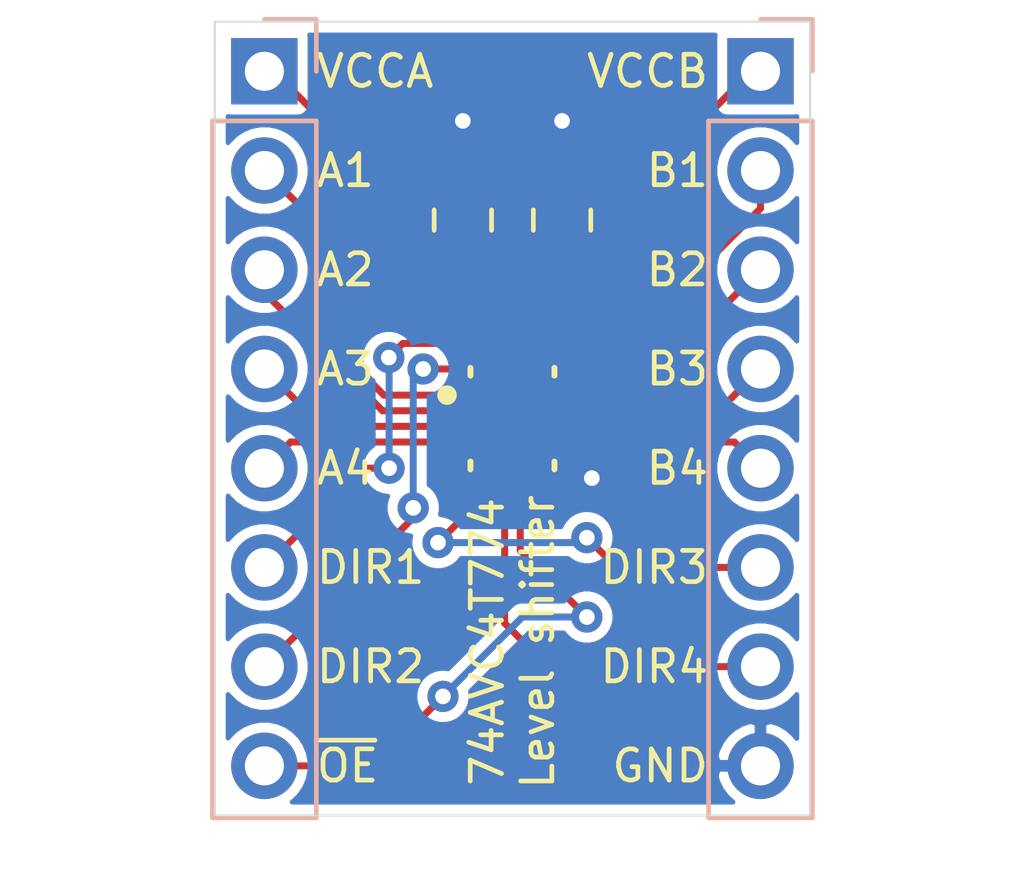
<source format=kicad_pcb>
(kicad_pcb (version 20171130) (host pcbnew 5.1.10-88a1d61d58~90~ubuntu20.04.1)

  (general
    (thickness 1.6)
    (drawings 21)
    (tracks 74)
    (zones 0)
    (modules 5)
    (nets 17)
  )

  (page A4)
  (layers
    (0 F.Cu signal)
    (31 B.Cu signal)
    (32 B.Adhes user)
    (33 F.Adhes user)
    (34 B.Paste user)
    (35 F.Paste user)
    (36 B.SilkS user)
    (37 F.SilkS user)
    (38 B.Mask user)
    (39 F.Mask user)
    (40 Dwgs.User user)
    (41 Cmts.User user)
    (42 Eco1.User user)
    (43 Eco2.User user)
    (44 Edge.Cuts user)
    (45 Margin user)
    (46 B.CrtYd user)
    (47 F.CrtYd user)
    (48 B.Fab user)
    (49 F.Fab user)
  )

  (setup
    (last_trace_width 0.18)
    (trace_clearance 0.127)
    (zone_clearance 0.254)
    (zone_45_only no)
    (trace_min 0.127)
    (via_size 0.8)
    (via_drill 0.4)
    (via_min_size 0.4)
    (via_min_drill 0.3)
    (uvia_size 0.3)
    (uvia_drill 0.1)
    (uvias_allowed no)
    (uvia_min_size 0.2)
    (uvia_min_drill 0.1)
    (edge_width 0.05)
    (segment_width 0.2)
    (pcb_text_width 0.3)
    (pcb_text_size 1.5 1.5)
    (mod_edge_width 0.12)
    (mod_text_size 1 1)
    (mod_text_width 0.15)
    (pad_size 1.524 1.524)
    (pad_drill 0.762)
    (pad_to_mask_clearance 0)
    (aux_axis_origin 0 0)
    (visible_elements FFFFFF7F)
    (pcbplotparams
      (layerselection 0x010fc_ffffffff)
      (usegerberextensions false)
      (usegerberattributes true)
      (usegerberadvancedattributes true)
      (creategerberjobfile true)
      (excludeedgelayer true)
      (linewidth 0.100000)
      (plotframeref false)
      (viasonmask false)
      (mode 1)
      (useauxorigin false)
      (hpglpennumber 1)
      (hpglpenspeed 20)
      (hpglpendiameter 15.000000)
      (psnegative false)
      (psa4output false)
      (plotreference true)
      (plotvalue true)
      (plotinvisibletext false)
      (padsonsilk false)
      (subtractmaskfromsilk false)
      (outputformat 1)
      (mirror false)
      (drillshape 1)
      (scaleselection 1)
      (outputdirectory ""))
  )

  (net 0 "")
  (net 1 /nOE)
  (net 2 /DIR2)
  (net 3 /DIR1)
  (net 4 /A4)
  (net 5 /A3)
  (net 6 /A2)
  (net 7 /A1)
  (net 8 /VCCA)
  (net 9 /DIR4)
  (net 10 /DIR3)
  (net 11 /B4)
  (net 12 /B3)
  (net 13 /B2)
  (net 14 /B1)
  (net 15 /VCCB)
  (net 16 GND)

  (net_class Default "This is the default net class."
    (clearance 0.127)
    (trace_width 0.18)
    (via_dia 0.8)
    (via_drill 0.4)
    (uvia_dia 0.3)
    (uvia_drill 0.1)
    (add_net /A1)
    (add_net /A2)
    (add_net /A3)
    (add_net /A4)
    (add_net /B1)
    (add_net /B2)
    (add_net /B3)
    (add_net /B4)
    (add_net /DIR1)
    (add_net /DIR2)
    (add_net /DIR3)
    (add_net /DIR4)
    (add_net /VCCA)
    (add_net /VCCB)
    (add_net /nOE)
    (add_net GND)
  )

  (module SN74AVC4T774:Texas_Instruments-RSV_R-PUQFN-N16-0-0-0 (layer F.Cu) (tedit 618090B4) (tstamp 6181635B)
    (at 82.55 72.39 270)
    (path /61B8BFB7)
    (fp_text reference U1 (at -1.75 -2.05 90) (layer F.SilkS) hide
      (effects (font (size 1 1) (thickness 0.15)) (justify right))
    )
    (fp_text value SN74AVC4T774RSVR (at 0 0 90) (layer F.SilkS) hide
      (effects (font (size 1.27 1.27) (thickness 0.15)))
    )
    (fp_circle (center -0.6 1.675) (end -0.475 1.675) (layer F.SilkS) (width 0.25))
    (fp_line (start 1.3 1.075) (end 1.1 1.075) (layer F.SilkS) (width 0.15))
    (fp_line (start -1.3 1.075) (end -1.1 1.075) (layer F.SilkS) (width 0.15))
    (fp_line (start 1.3 -1.075) (end 1.1 -1.075) (layer F.SilkS) (width 0.15))
    (fp_line (start -1.3 -1.075) (end -1.1 -1.075) (layer F.SilkS) (width 0.15))
    (fp_line (start 1.525 1.125) (end 1.525 -1.125) (layer F.CrtYd) (width 0.15))
    (fp_line (start -1.525 1.125) (end 1.525 1.125) (layer F.CrtYd) (width 0.15))
    (fp_line (start -1.525 -1.125) (end -1.525 1.125) (layer F.CrtYd) (width 0.15))
    (fp_line (start 1.525 -1.125) (end -1.525 -1.125) (layer F.CrtYd) (width 0.15))
    (fp_line (start 1.525 -1.125) (end 1.525 -1.125) (layer F.CrtYd) (width 0.15))
    (fp_line (start 1.3 0.9) (end -1.3 0.9) (layer F.Fab) (width 0.15))
    (fp_line (start 1.3 -0.9) (end 1.3 0.9) (layer F.Fab) (width 0.15))
    (fp_line (start -1.3 -0.9) (end 1.3 -0.9) (layer F.Fab) (width 0.15))
    (fp_line (start -1.3 0.9) (end -1.3 -0.9) (layer F.Fab) (width 0.15))
    (pad 16 smd rect (at -1.175 0.6 270) (size 0.65 0.2) (layers F.Cu F.Paste F.Mask)
      (net 2 /DIR2))
    (pad 15 smd rect (at -1.175 0.2 270) (size 0.65 0.2) (layers F.Cu F.Paste F.Mask)
      (net 3 /DIR1))
    (pad 14 smd rect (at -1.175 -0.2 270) (size 0.65 0.2) (layers F.Cu F.Paste F.Mask)
      (net 8 /VCCA))
    (pad 13 smd rect (at -1.175 -0.6 270) (size 0.65 0.2) (layers F.Cu F.Paste F.Mask)
      (net 15 /VCCB))
    (pad 12 smd rect (at -0.6 -0.775 270) (size 0.2 0.65) (layers F.Cu F.Paste F.Mask)
      (net 14 /B1))
    (pad 11 smd rect (at -0.2 -0.775 270) (size 0.2 0.65) (layers F.Cu F.Paste F.Mask)
      (net 13 /B2))
    (pad 10 smd rect (at 0.2 -0.775 270) (size 0.2 0.65) (layers F.Cu F.Paste F.Mask)
      (net 12 /B3))
    (pad 9 smd rect (at 0.6 -0.775 270) (size 0.2 0.65) (layers F.Cu F.Paste F.Mask)
      (net 11 /B4))
    (pad 8 smd rect (at 1.175 -0.6 270) (size 0.65 0.2) (layers F.Cu F.Paste F.Mask)
      (net 16 GND))
    (pad 7 smd rect (at 1.175 -0.2 270) (size 0.65 0.2) (layers F.Cu F.Paste F.Mask)
      (net 1 /nOE))
    (pad 6 smd rect (at 1.175 0.2 270) (size 0.65 0.2) (layers F.Cu F.Paste F.Mask)
      (net 9 /DIR4))
    (pad 5 smd rect (at 1.175 0.6 270) (size 0.65 0.2) (layers F.Cu F.Paste F.Mask)
      (net 10 /DIR3))
    (pad 4 smd rect (at 0.6 0.775 270) (size 0.2 0.65) (layers F.Cu F.Paste F.Mask)
      (net 4 /A4))
    (pad 3 smd rect (at 0.2 0.775 270) (size 0.2 0.65) (layers F.Cu F.Paste F.Mask)
      (net 5 /A3))
    (pad 2 smd rect (at -0.2 0.775 270) (size 0.2 0.65) (layers F.Cu F.Paste F.Mask)
      (net 6 /A2))
    (pad 1 smd rect (at -0.6 0.725 270) (size 0.2 0.75) (layers F.Cu F.Paste F.Mask)
      (net 7 /A1))
    (model SN74AVC4T774.models/Texas_Instruments_-_SN74AVC4T774RSVR.step
      (at (xyz 0 0 0))
      (scale (xyz 1 1 1))
      (rotate (xyz 0 0 0))
    )
  )

  (module Capacitor_SMD:C_0805_2012Metric_Pad1.18x1.45mm_HandSolder (layer F.Cu) (tedit 5F68FEEF) (tstamp 6181686B)
    (at 83.82 67.31 90)
    (descr "Capacitor SMD 0805 (2012 Metric), square (rectangular) end terminal, IPC_7351 nominal with elongated pad for handsoldering. (Body size source: IPC-SM-782 page 76, https://www.pcb-3d.com/wordpress/wp-content/uploads/ipc-sm-782a_amendment_1_and_2.pdf, https://docs.google.com/spreadsheets/d/1BsfQQcO9C6DZCsRaXUlFlo91Tg2WpOkGARC1WS5S8t0/edit?usp=sharing), generated with kicad-footprint-generator")
    (tags "capacitor handsolder")
    (path /61B9E689)
    (attr smd)
    (fp_text reference C2 (at 0 -1.68 90) (layer F.SilkS) hide
      (effects (font (size 1 1) (thickness 0.15)))
    )
    (fp_text value 0.1uF (at 0 1.68 90) (layer F.Fab)
      (effects (font (size 1 1) (thickness 0.15)))
    )
    (fp_text user %R (at 0 0 90) (layer F.Fab)
      (effects (font (size 0.5 0.5) (thickness 0.08)))
    )
    (fp_line (start -1 0.625) (end -1 -0.625) (layer F.Fab) (width 0.1))
    (fp_line (start -1 -0.625) (end 1 -0.625) (layer F.Fab) (width 0.1))
    (fp_line (start 1 -0.625) (end 1 0.625) (layer F.Fab) (width 0.1))
    (fp_line (start 1 0.625) (end -1 0.625) (layer F.Fab) (width 0.1))
    (fp_line (start -0.261252 -0.735) (end 0.261252 -0.735) (layer F.SilkS) (width 0.12))
    (fp_line (start -0.261252 0.735) (end 0.261252 0.735) (layer F.SilkS) (width 0.12))
    (fp_line (start -1.88 0.98) (end -1.88 -0.98) (layer F.CrtYd) (width 0.05))
    (fp_line (start -1.88 -0.98) (end 1.88 -0.98) (layer F.CrtYd) (width 0.05))
    (fp_line (start 1.88 -0.98) (end 1.88 0.98) (layer F.CrtYd) (width 0.05))
    (fp_line (start 1.88 0.98) (end -1.88 0.98) (layer F.CrtYd) (width 0.05))
    (pad 2 smd roundrect (at 1.0375 0 90) (size 1.175 1.45) (layers F.Cu F.Paste F.Mask) (roundrect_rratio 0.212766)
      (net 16 GND))
    (pad 1 smd roundrect (at -1.0375 0 90) (size 1.175 1.45) (layers F.Cu F.Paste F.Mask) (roundrect_rratio 0.212766)
      (net 15 /VCCB))
    (model ${KISYS3DMOD}/Capacitor_SMD.3dshapes/C_0805_2012Metric.wrl
      (at (xyz 0 0 0))
      (scale (xyz 1 1 1))
      (rotate (xyz 0 0 0))
    )
  )

  (module Capacitor_SMD:C_0805_2012Metric_Pad1.18x1.45mm_HandSolder (layer F.Cu) (tedit 5F68FEEF) (tstamp 618168AC)
    (at 81.28 67.31 90)
    (descr "Capacitor SMD 0805 (2012 Metric), square (rectangular) end terminal, IPC_7351 nominal with elongated pad for handsoldering. (Body size source: IPC-SM-782 page 76, https://www.pcb-3d.com/wordpress/wp-content/uploads/ipc-sm-782a_amendment_1_and_2.pdf, https://docs.google.com/spreadsheets/d/1BsfQQcO9C6DZCsRaXUlFlo91Tg2WpOkGARC1WS5S8t0/edit?usp=sharing), generated with kicad-footprint-generator")
    (tags "capacitor handsolder")
    (path /61B9E2DF)
    (attr smd)
    (fp_text reference C1 (at 0 -1.68 90) (layer F.SilkS) hide
      (effects (font (size 1 1) (thickness 0.15)))
    )
    (fp_text value 0.1uF (at 0 1.68 90) (layer F.Fab)
      (effects (font (size 1 1) (thickness 0.15)))
    )
    (fp_text user %R (at 0 0 90) (layer F.Fab)
      (effects (font (size 0.5 0.5) (thickness 0.08)))
    )
    (fp_line (start -1 0.625) (end -1 -0.625) (layer F.Fab) (width 0.1))
    (fp_line (start -1 -0.625) (end 1 -0.625) (layer F.Fab) (width 0.1))
    (fp_line (start 1 -0.625) (end 1 0.625) (layer F.Fab) (width 0.1))
    (fp_line (start 1 0.625) (end -1 0.625) (layer F.Fab) (width 0.1))
    (fp_line (start -0.261252 -0.735) (end 0.261252 -0.735) (layer F.SilkS) (width 0.12))
    (fp_line (start -0.261252 0.735) (end 0.261252 0.735) (layer F.SilkS) (width 0.12))
    (fp_line (start -1.88 0.98) (end -1.88 -0.98) (layer F.CrtYd) (width 0.05))
    (fp_line (start -1.88 -0.98) (end 1.88 -0.98) (layer F.CrtYd) (width 0.05))
    (fp_line (start 1.88 -0.98) (end 1.88 0.98) (layer F.CrtYd) (width 0.05))
    (fp_line (start 1.88 0.98) (end -1.88 0.98) (layer F.CrtYd) (width 0.05))
    (pad 2 smd roundrect (at 1.0375 0 90) (size 1.175 1.45) (layers F.Cu F.Paste F.Mask) (roundrect_rratio 0.212766)
      (net 16 GND))
    (pad 1 smd roundrect (at -1.0375 0 90) (size 1.175 1.45) (layers F.Cu F.Paste F.Mask) (roundrect_rratio 0.212766)
      (net 8 /VCCA))
    (model ${KISYS3DMOD}/Capacitor_SMD.3dshapes/C_0805_2012Metric.wrl
      (at (xyz 0 0 0))
      (scale (xyz 1 1 1))
      (rotate (xyz 0 0 0))
    )
  )

  (module Connector_PinHeader_2.54mm:PinHeader_1x08_P2.54mm_Vertical (layer B.Cu) (tedit 59FED5CC) (tstamp 61816339)
    (at 88.9 63.5 180)
    (descr "Through hole straight pin header, 1x08, 2.54mm pitch, single row")
    (tags "Through hole pin header THT 1x08 2.54mm single row")
    (path /61B90C78)
    (fp_text reference J2 (at 0 2.33) (layer B.SilkS) hide
      (effects (font (size 1 1) (thickness 0.15)) (justify mirror))
    )
    (fp_text value Conn_01x08_Male (at 0 -20.11) (layer B.Fab)
      (effects (font (size 1 1) (thickness 0.15)) (justify mirror))
    )
    (fp_text user %R (at 0 -8.89 270) (layer B.Fab)
      (effects (font (size 1 1) (thickness 0.15)) (justify mirror))
    )
    (fp_line (start -0.635 1.27) (end 1.27 1.27) (layer B.Fab) (width 0.1))
    (fp_line (start 1.27 1.27) (end 1.27 -19.05) (layer B.Fab) (width 0.1))
    (fp_line (start 1.27 -19.05) (end -1.27 -19.05) (layer B.Fab) (width 0.1))
    (fp_line (start -1.27 -19.05) (end -1.27 0.635) (layer B.Fab) (width 0.1))
    (fp_line (start -1.27 0.635) (end -0.635 1.27) (layer B.Fab) (width 0.1))
    (fp_line (start -1.33 -19.11) (end 1.33 -19.11) (layer B.SilkS) (width 0.12))
    (fp_line (start -1.33 -1.27) (end -1.33 -19.11) (layer B.SilkS) (width 0.12))
    (fp_line (start 1.33 -1.27) (end 1.33 -19.11) (layer B.SilkS) (width 0.12))
    (fp_line (start -1.33 -1.27) (end 1.33 -1.27) (layer B.SilkS) (width 0.12))
    (fp_line (start -1.33 0) (end -1.33 1.33) (layer B.SilkS) (width 0.12))
    (fp_line (start -1.33 1.33) (end 0 1.33) (layer B.SilkS) (width 0.12))
    (fp_line (start -1.8 1.8) (end -1.8 -19.55) (layer B.CrtYd) (width 0.05))
    (fp_line (start -1.8 -19.55) (end 1.8 -19.55) (layer B.CrtYd) (width 0.05))
    (fp_line (start 1.8 -19.55) (end 1.8 1.8) (layer B.CrtYd) (width 0.05))
    (fp_line (start 1.8 1.8) (end -1.8 1.8) (layer B.CrtYd) (width 0.05))
    (pad 8 thru_hole oval (at 0 -17.78 180) (size 1.7 1.7) (drill 1) (layers *.Cu *.Mask)
      (net 16 GND))
    (pad 7 thru_hole oval (at 0 -15.24 180) (size 1.7 1.7) (drill 1) (layers *.Cu *.Mask)
      (net 9 /DIR4))
    (pad 6 thru_hole oval (at 0 -12.7 180) (size 1.7 1.7) (drill 1) (layers *.Cu *.Mask)
      (net 10 /DIR3))
    (pad 5 thru_hole oval (at 0 -10.16 180) (size 1.7 1.7) (drill 1) (layers *.Cu *.Mask)
      (net 11 /B4))
    (pad 4 thru_hole oval (at 0 -7.62 180) (size 1.7 1.7) (drill 1) (layers *.Cu *.Mask)
      (net 12 /B3))
    (pad 3 thru_hole oval (at 0 -5.08 180) (size 1.7 1.7) (drill 1) (layers *.Cu *.Mask)
      (net 13 /B2))
    (pad 2 thru_hole oval (at 0 -2.54 180) (size 1.7 1.7) (drill 1) (layers *.Cu *.Mask)
      (net 14 /B1))
    (pad 1 thru_hole rect (at 0 0 180) (size 1.7 1.7) (drill 1) (layers *.Cu *.Mask)
      (net 15 /VCCB))
    (model ${KISYS3DMOD}/Connector_PinHeader_2.54mm.3dshapes/PinHeader_1x08_P2.54mm_Vertical.wrl
      (at (xyz 0 0 0))
      (scale (xyz 1 1 1))
      (rotate (xyz 0 0 0))
    )
  )

  (module Connector_PinHeader_2.54mm:PinHeader_1x08_P2.54mm_Vertical (layer B.Cu) (tedit 59FED5CC) (tstamp 6181631D)
    (at 76.2 63.5 180)
    (descr "Through hole straight pin header, 1x08, 2.54mm pitch, single row")
    (tags "Through hole pin header THT 1x08 2.54mm single row")
    (path /61B8EE53)
    (fp_text reference J1 (at 0 2.33) (layer B.SilkS) hide
      (effects (font (size 1 1) (thickness 0.15)) (justify mirror))
    )
    (fp_text value Conn_01x08_Male (at 0 -20.11) (layer B.Fab)
      (effects (font (size 1 1) (thickness 0.15)) (justify mirror))
    )
    (fp_text user %R (at 0 -8.89 270) (layer B.Fab)
      (effects (font (size 1 1) (thickness 0.15)) (justify mirror))
    )
    (fp_line (start -0.635 1.27) (end 1.27 1.27) (layer B.Fab) (width 0.1))
    (fp_line (start 1.27 1.27) (end 1.27 -19.05) (layer B.Fab) (width 0.1))
    (fp_line (start 1.27 -19.05) (end -1.27 -19.05) (layer B.Fab) (width 0.1))
    (fp_line (start -1.27 -19.05) (end -1.27 0.635) (layer B.Fab) (width 0.1))
    (fp_line (start -1.27 0.635) (end -0.635 1.27) (layer B.Fab) (width 0.1))
    (fp_line (start -1.33 -19.11) (end 1.33 -19.11) (layer B.SilkS) (width 0.12))
    (fp_line (start -1.33 -1.27) (end -1.33 -19.11) (layer B.SilkS) (width 0.12))
    (fp_line (start 1.33 -1.27) (end 1.33 -19.11) (layer B.SilkS) (width 0.12))
    (fp_line (start -1.33 -1.27) (end 1.33 -1.27) (layer B.SilkS) (width 0.12))
    (fp_line (start -1.33 0) (end -1.33 1.33) (layer B.SilkS) (width 0.12))
    (fp_line (start -1.33 1.33) (end 0 1.33) (layer B.SilkS) (width 0.12))
    (fp_line (start -1.8 1.8) (end -1.8 -19.55) (layer B.CrtYd) (width 0.05))
    (fp_line (start -1.8 -19.55) (end 1.8 -19.55) (layer B.CrtYd) (width 0.05))
    (fp_line (start 1.8 -19.55) (end 1.8 1.8) (layer B.CrtYd) (width 0.05))
    (fp_line (start 1.8 1.8) (end -1.8 1.8) (layer B.CrtYd) (width 0.05))
    (pad 8 thru_hole oval (at 0 -17.78 180) (size 1.7 1.7) (drill 1) (layers *.Cu *.Mask)
      (net 1 /nOE))
    (pad 7 thru_hole oval (at 0 -15.24 180) (size 1.7 1.7) (drill 1) (layers *.Cu *.Mask)
      (net 2 /DIR2))
    (pad 6 thru_hole oval (at 0 -12.7 180) (size 1.7 1.7) (drill 1) (layers *.Cu *.Mask)
      (net 3 /DIR1))
    (pad 5 thru_hole oval (at 0 -10.16 180) (size 1.7 1.7) (drill 1) (layers *.Cu *.Mask)
      (net 4 /A4))
    (pad 4 thru_hole oval (at 0 -7.62 180) (size 1.7 1.7) (drill 1) (layers *.Cu *.Mask)
      (net 5 /A3))
    (pad 3 thru_hole oval (at 0 -5.08 180) (size 1.7 1.7) (drill 1) (layers *.Cu *.Mask)
      (net 6 /A2))
    (pad 2 thru_hole oval (at 0 -2.54 180) (size 1.7 1.7) (drill 1) (layers *.Cu *.Mask)
      (net 7 /A1))
    (pad 1 thru_hole rect (at 0 0 180) (size 1.7 1.7) (drill 1) (layers *.Cu *.Mask)
      (net 8 /VCCA))
    (model ${KISYS3DMOD}/Connector_PinHeader_2.54mm.3dshapes/PinHeader_1x08_P2.54mm_Vertical.wrl
      (at (xyz 0 0 0))
      (scale (xyz 1 1 1))
      (rotate (xyz 0 0 0))
    )
  )

  (gr_text "74AVC4T774\nLevel shifter" (at 82.55 78.105 90) (layer F.SilkS) (tstamp 61816E50)
    (effects (font (size 0.8 0.8) (thickness 0.12)))
  )
  (gr_text GND (at 87.63 81.28) (layer F.SilkS) (tstamp 61816E4C)
    (effects (font (size 0.8 0.8) (thickness 0.12)) (justify right))
  )
  (gr_text DIR4 (at 87.63 78.74) (layer F.SilkS) (tstamp 61816E49)
    (effects (font (size 0.8 0.8) (thickness 0.12)) (justify right))
  )
  (gr_text DIR3 (at 87.63 76.2) (layer F.SilkS) (tstamp 61816E46)
    (effects (font (size 0.8 0.8) (thickness 0.12)) (justify right))
  )
  (gr_text B4 (at 87.63 73.66) (layer F.SilkS) (tstamp 61816E43)
    (effects (font (size 0.8 0.8) (thickness 0.12)) (justify right))
  )
  (gr_text B3 (at 87.63 71.12) (layer F.SilkS) (tstamp 61816E40)
    (effects (font (size 0.8 0.8) (thickness 0.12)) (justify right))
  )
  (gr_text B2 (at 87.63 68.58) (layer F.SilkS) (tstamp 61816E3D)
    (effects (font (size 0.8 0.8) (thickness 0.12)) (justify right))
  )
  (gr_text B1 (at 87.63 66.04) (layer F.SilkS) (tstamp 61816E3A)
    (effects (font (size 0.8 0.8) (thickness 0.12)) (justify right))
  )
  (gr_text VCCB (at 87.63 63.5) (layer F.SilkS) (tstamp 61816E37)
    (effects (font (size 0.8 0.8) (thickness 0.12)) (justify right))
  )
  (gr_text ~OE (at 77.47 81.28) (layer F.SilkS) (tstamp 61816E34)
    (effects (font (size 0.8 0.8) (thickness 0.12)) (justify left))
  )
  (gr_text DIR2 (at 77.47 78.74) (layer F.SilkS) (tstamp 61816E31)
    (effects (font (size 0.8 0.8) (thickness 0.12)) (justify left))
  )
  (gr_text DIR1 (at 77.47 76.2) (layer F.SilkS) (tstamp 61816E2E)
    (effects (font (size 0.8 0.8) (thickness 0.12)) (justify left))
  )
  (gr_text A4 (at 77.47 73.66) (layer F.SilkS) (tstamp 61816E2B)
    (effects (font (size 0.8 0.8) (thickness 0.12)) (justify left))
  )
  (gr_text A3 (at 77.47 71.12) (layer F.SilkS) (tstamp 61816E1D)
    (effects (font (size 0.8 0.8) (thickness 0.12)) (justify left))
  )
  (gr_text A2 (at 77.47 68.58) (layer F.SilkS) (tstamp 61816E1A)
    (effects (font (size 0.8 0.8) (thickness 0.12)) (justify left))
  )
  (gr_text A1 (at 77.47 66.04) (layer F.SilkS) (tstamp 61816E17)
    (effects (font (size 0.8 0.8) (thickness 0.12)) (justify left))
  )
  (gr_text VCCA (at 77.47 63.5) (layer F.SilkS)
    (effects (font (size 0.8 0.8) (thickness 0.12)) (justify left))
  )
  (gr_line (start 74.93 82.55) (end 74.93 62.23) (layer Edge.Cuts) (width 0.05) (tstamp 61816AA9))
  (gr_line (start 90.17 82.55) (end 74.93 82.55) (layer Edge.Cuts) (width 0.05))
  (gr_line (start 90.17 62.23) (end 90.17 82.55) (layer Edge.Cuts) (width 0.05))
  (gr_line (start 74.93 62.23) (end 90.17 62.23) (layer Edge.Cuts) (width 0.05))

  (via (at 80.772004 79.502004) (size 0.8) (drill 0.4) (layers F.Cu B.Cu) (net 1))
  (segment (start 76.2 81.28) (end 78.994008 81.28) (width 0.18) (layer F.Cu) (net 1))
  (segment (start 78.994008 81.28) (end 80.772004 79.502004) (width 0.18) (layer F.Cu) (net 1))
  (via (at 84.455 77.469998) (size 0.8) (drill 0.4) (layers F.Cu B.Cu) (net 1))
  (segment (start 82.75 75.764998) (end 84.455 77.469998) (width 0.18) (layer F.Cu) (net 1))
  (segment (start 82.75 73.565) (end 82.75 75.764998) (width 0.18) (layer F.Cu) (net 1))
  (segment (start 80.772004 79.502004) (end 82.80401 77.469998) (width 0.18) (layer B.Cu) (net 1))
  (segment (start 82.80401 77.469998) (end 84.455 77.469998) (width 0.18) (layer B.Cu) (net 1))
  (via (at 80.01 74.676) (size 0.8) (drill 0.4) (layers F.Cu B.Cu) (net 2))
  (segment (start 80.01 74.93) (end 80.01 74.676) (width 0.18) (layer F.Cu) (net 2))
  (segment (start 76.2 78.74) (end 80.01 74.93) (width 0.18) (layer F.Cu) (net 2))
  (segment (start 80.01 71.374) (end 80.264 71.12) (width 0.18) (layer B.Cu) (net 2))
  (via (at 80.264 71.12) (size 0.8) (drill 0.4) (layers F.Cu B.Cu) (net 2))
  (segment (start 80.01 74.676) (end 80.01 71.374) (width 0.18) (layer B.Cu) (net 2))
  (segment (start 81.855 71.12) (end 81.95 71.215) (width 0.18) (layer F.Cu) (net 2))
  (segment (start 80.264 71.12) (end 81.855 71.12) (width 0.18) (layer F.Cu) (net 2))
  (via (at 79.39299 73.66) (size 0.8) (drill 0.4) (layers F.Cu B.Cu) (net 3))
  (via (at 79.384559 70.826856) (size 0.8) (drill 0.4) (layers F.Cu B.Cu) (net 3))
  (segment (start 76.2 76.2) (end 78.74 73.66) (width 0.18) (layer F.Cu) (net 3))
  (segment (start 78.74 73.66) (end 79.39299 73.66) (width 0.18) (layer F.Cu) (net 3))
  (segment (start 79.39299 73.66) (end 79.39299 70.835287) (width 0.18) (layer B.Cu) (net 3))
  (segment (start 79.39299 70.835287) (end 79.384559 70.826856) (width 0.18) (layer B.Cu) (net 3))
  (segment (start 82.35 70.71) (end 82.107002 70.467002) (width 0.18) (layer F.Cu) (net 3))
  (segment (start 82.35 71.215) (end 82.35 70.71) (width 0.18) (layer F.Cu) (net 3))
  (segment (start 82.107002 70.467002) (end 79.744413 70.467002) (width 0.18) (layer F.Cu) (net 3))
  (segment (start 79.744413 70.467002) (end 79.384559 70.826856) (width 0.18) (layer F.Cu) (net 3))
  (segment (start 76.87 72.99) (end 81.775 72.99) (width 0.18) (layer F.Cu) (net 4))
  (segment (start 76.2 73.66) (end 76.87 72.99) (width 0.18) (layer F.Cu) (net 4))
  (segment (start 77.67 72.59) (end 81.775 72.59) (width 0.18) (layer F.Cu) (net 5))
  (segment (start 76.2 71.12) (end 77.67 72.59) (width 0.18) (layer F.Cu) (net 5))
  (segment (start 79.224659 72.19) (end 81.775 72.19) (width 0.18) (layer F.Cu) (net 6))
  (segment (start 76.2 69.165341) (end 79.224659 72.19) (width 0.18) (layer F.Cu) (net 6))
  (segment (start 76.2 68.58) (end 76.2 69.165341) (width 0.18) (layer F.Cu) (net 6))
  (segment (start 77.47 67.31) (end 76.2 66.04) (width 0.18) (layer F.Cu) (net 7))
  (segment (start 77.47 70.001162) (end 77.47 67.31) (width 0.18) (layer F.Cu) (net 7))
  (segment (start 79.258838 71.79) (end 77.47 70.001162) (width 0.18) (layer F.Cu) (net 7))
  (segment (start 81.825 71.79) (end 79.258838 71.79) (width 0.18) (layer F.Cu) (net 7))
  (segment (start 76.4325 63.5) (end 76.2 63.5) (width 0.18) (layer F.Cu) (net 8))
  (segment (start 81.28 68.3475) (end 76.4325 63.5) (width 0.18) (layer F.Cu) (net 8))
  (segment (start 82.03125 69.09875) (end 81.28 68.3475) (width 0.18) (layer F.Cu) (net 8))
  (segment (start 82.75 69.8175) (end 82.03125 69.09875) (width 0.18) (layer F.Cu) (net 8))
  (segment (start 82.75 71.215) (end 82.75 69.8175) (width 0.18) (layer F.Cu) (net 8))
  (segment (start 82.35 77.626834) (end 83.463166 78.74) (width 0.18) (layer F.Cu) (net 9))
  (segment (start 82.35 73.565) (end 82.35 77.626834) (width 0.18) (layer F.Cu) (net 9))
  (segment (start 83.463166 78.74) (end 87.697919 78.74) (width 0.18) (layer F.Cu) (net 9))
  (segment (start 87.697919 78.74) (end 88.9 78.74) (width 0.18) (layer F.Cu) (net 9))
  (via (at 80.644996 75.565) (size 0.8) (drill 0.4) (layers F.Cu B.Cu) (net 10))
  (segment (start 81.95 73.565) (end 81.95 74.259996) (width 0.18) (layer F.Cu) (net 10))
  (segment (start 81.95 74.259996) (end 80.644996 75.565) (width 0.18) (layer F.Cu) (net 10))
  (segment (start 84.328 75.565) (end 84.455 75.438) (width 0.18) (layer B.Cu) (net 10))
  (segment (start 80.644996 75.565) (end 84.328 75.565) (width 0.18) (layer B.Cu) (net 10))
  (segment (start 85.217 76.2) (end 84.455 75.438) (width 0.18) (layer F.Cu) (net 10))
  (segment (start 88.9 76.2) (end 85.217 76.2) (width 0.18) (layer F.Cu) (net 10))
  (via (at 84.455 75.438) (size 0.8) (drill 0.4) (layers F.Cu B.Cu) (net 10))
  (segment (start 88.23 72.99) (end 88.9 73.66) (width 0.18) (layer F.Cu) (net 11))
  (segment (start 83.325 72.99) (end 88.23 72.99) (width 0.18) (layer F.Cu) (net 11))
  (segment (start 87.43 72.59) (end 88.9 71.12) (width 0.18) (layer F.Cu) (net 12))
  (segment (start 83.325 72.59) (end 87.43 72.59) (width 0.18) (layer F.Cu) (net 12))
  (segment (start 85.29 72.19) (end 88.9 68.58) (width 0.18) (layer F.Cu) (net 13))
  (segment (start 83.325 72.19) (end 85.29 72.19) (width 0.18) (layer F.Cu) (net 13))
  (segment (start 88.9 67.010454) (end 88.9 66.04) (width 0.18) (layer F.Cu) (net 14))
  (segment (start 84.120454 71.79) (end 88.9 67.010454) (width 0.18) (layer F.Cu) (net 14))
  (segment (start 83.325 71.79) (end 84.120454 71.79) (width 0.18) (layer F.Cu) (net 14))
  (segment (start 83.15 69.0175) (end 83.82 68.3475) (width 0.18) (layer F.Cu) (net 15))
  (segment (start 83.15 71.215) (end 83.15 69.0175) (width 0.18) (layer F.Cu) (net 15))
  (segment (start 88.6675 63.5) (end 88.9 63.5) (width 0.18) (layer F.Cu) (net 15))
  (segment (start 83.82 68.3475) (end 88.6675 63.5) (width 0.18) (layer F.Cu) (net 15))
  (via (at 84.582008 73.914) (size 0.8) (drill 0.4) (layers F.Cu B.Cu) (net 16))
  (segment (start 83.15 73.565) (end 84.233008 73.565) (width 0.18) (layer F.Cu) (net 16))
  (segment (start 84.233008 73.565) (end 84.582008 73.914) (width 0.18) (layer F.Cu) (net 16))
  (via (at 83.82 64.77) (size 0.8) (drill 0.4) (layers F.Cu B.Cu) (net 16))
  (segment (start 83.82 66.2725) (end 83.82 64.77) (width 0.18) (layer F.Cu) (net 16))
  (via (at 81.28 64.77) (size 0.8) (drill 0.4) (layers F.Cu B.Cu) (net 16))
  (segment (start 81.28 66.2725) (end 81.28 64.77) (width 0.18) (layer F.Cu) (net 16))

  (zone (net 16) (net_name GND) (layer B.Cu) (tstamp 0) (hatch edge 0.508)
    (connect_pads (clearance 0.254))
    (min_thickness 0.127)
    (fill yes (arc_segments 32) (thermal_gap 0.254) (thermal_bridge_width 0.3))
    (polygon
      (pts
        (xy 90.17 82.55) (xy 74.93 82.55) (xy 74.93 62.23) (xy 90.17 62.23)
      )
    )
    (filled_polygon
      (pts
        (xy 87.737094 62.587759) (xy 87.730964 62.65) (xy 87.730964 64.35) (xy 87.737094 64.412241) (xy 87.755249 64.47209)
        (xy 87.784731 64.527247) (xy 87.824407 64.575593) (xy 87.872753 64.615269) (xy 87.92791 64.644751) (xy 87.987759 64.662906)
        (xy 88.05 64.669036) (xy 89.75 64.669036) (xy 89.812241 64.662906) (xy 89.8275 64.658277) (xy 89.8275 65.326658)
        (xy 89.806856 65.295762) (xy 89.644238 65.133144) (xy 89.453019 65.005375) (xy 89.240547 64.917366) (xy 89.014989 64.8725)
        (xy 88.785011 64.8725) (xy 88.559453 64.917366) (xy 88.346981 65.005375) (xy 88.155762 65.133144) (xy 87.993144 65.295762)
        (xy 87.865375 65.486981) (xy 87.777366 65.699453) (xy 87.7325 65.925011) (xy 87.7325 66.154989) (xy 87.777366 66.380547)
        (xy 87.865375 66.593019) (xy 87.993144 66.784238) (xy 88.155762 66.946856) (xy 88.346981 67.074625) (xy 88.559453 67.162634)
        (xy 88.785011 67.2075) (xy 89.014989 67.2075) (xy 89.240547 67.162634) (xy 89.453019 67.074625) (xy 89.644238 66.946856)
        (xy 89.806856 66.784238) (xy 89.8275 66.753342) (xy 89.8275 67.866658) (xy 89.806856 67.835762) (xy 89.644238 67.673144)
        (xy 89.453019 67.545375) (xy 89.240547 67.457366) (xy 89.014989 67.4125) (xy 88.785011 67.4125) (xy 88.559453 67.457366)
        (xy 88.346981 67.545375) (xy 88.155762 67.673144) (xy 87.993144 67.835762) (xy 87.865375 68.026981) (xy 87.777366 68.239453)
        (xy 87.7325 68.465011) (xy 87.7325 68.694989) (xy 87.777366 68.920547) (xy 87.865375 69.133019) (xy 87.993144 69.324238)
        (xy 88.155762 69.486856) (xy 88.346981 69.614625) (xy 88.559453 69.702634) (xy 88.785011 69.7475) (xy 89.014989 69.7475)
        (xy 89.240547 69.702634) (xy 89.453019 69.614625) (xy 89.644238 69.486856) (xy 89.806856 69.324238) (xy 89.8275 69.293342)
        (xy 89.8275 70.406658) (xy 89.806856 70.375762) (xy 89.644238 70.213144) (xy 89.453019 70.085375) (xy 89.240547 69.997366)
        (xy 89.014989 69.9525) (xy 88.785011 69.9525) (xy 88.559453 69.997366) (xy 88.346981 70.085375) (xy 88.155762 70.213144)
        (xy 87.993144 70.375762) (xy 87.865375 70.566981) (xy 87.777366 70.779453) (xy 87.7325 71.005011) (xy 87.7325 71.234989)
        (xy 87.777366 71.460547) (xy 87.865375 71.673019) (xy 87.993144 71.864238) (xy 88.155762 72.026856) (xy 88.346981 72.154625)
        (xy 88.559453 72.242634) (xy 88.785011 72.2875) (xy 89.014989 72.2875) (xy 89.240547 72.242634) (xy 89.453019 72.154625)
        (xy 89.644238 72.026856) (xy 89.806856 71.864238) (xy 89.8275 71.833341) (xy 89.827501 72.946659) (xy 89.806856 72.915762)
        (xy 89.644238 72.753144) (xy 89.453019 72.625375) (xy 89.240547 72.537366) (xy 89.014989 72.4925) (xy 88.785011 72.4925)
        (xy 88.559453 72.537366) (xy 88.346981 72.625375) (xy 88.155762 72.753144) (xy 87.993144 72.915762) (xy 87.865375 73.106981)
        (xy 87.777366 73.319453) (xy 87.7325 73.545011) (xy 87.7325 73.774989) (xy 87.777366 74.000547) (xy 87.865375 74.213019)
        (xy 87.993144 74.404238) (xy 88.155762 74.566856) (xy 88.346981 74.694625) (xy 88.559453 74.782634) (xy 88.785011 74.8275)
        (xy 89.014989 74.8275) (xy 89.240547 74.782634) (xy 89.453019 74.694625) (xy 89.644238 74.566856) (xy 89.806856 74.404238)
        (xy 89.827501 74.373341) (xy 89.827501 75.486659) (xy 89.806856 75.455762) (xy 89.644238 75.293144) (xy 89.453019 75.165375)
        (xy 89.240547 75.077366) (xy 89.014989 75.0325) (xy 88.785011 75.0325) (xy 88.559453 75.077366) (xy 88.346981 75.165375)
        (xy 88.155762 75.293144) (xy 87.993144 75.455762) (xy 87.865375 75.646981) (xy 87.777366 75.859453) (xy 87.7325 76.085011)
        (xy 87.7325 76.314989) (xy 87.777366 76.540547) (xy 87.865375 76.753019) (xy 87.993144 76.944238) (xy 88.155762 77.106856)
        (xy 88.346981 77.234625) (xy 88.559453 77.322634) (xy 88.785011 77.3675) (xy 89.014989 77.3675) (xy 89.240547 77.322634)
        (xy 89.453019 77.234625) (xy 89.644238 77.106856) (xy 89.806856 76.944238) (xy 89.827501 76.913341) (xy 89.827501 78.026659)
        (xy 89.806856 77.995762) (xy 89.644238 77.833144) (xy 89.453019 77.705375) (xy 89.240547 77.617366) (xy 89.014989 77.5725)
        (xy 88.785011 77.5725) (xy 88.559453 77.617366) (xy 88.346981 77.705375) (xy 88.155762 77.833144) (xy 87.993144 77.995762)
        (xy 87.865375 78.186981) (xy 87.777366 78.399453) (xy 87.7325 78.625011) (xy 87.7325 78.854989) (xy 87.777366 79.080547)
        (xy 87.865375 79.293019) (xy 87.993144 79.484238) (xy 88.155762 79.646856) (xy 88.346981 79.774625) (xy 88.559453 79.862634)
        (xy 88.785011 79.9075) (xy 89.014989 79.9075) (xy 89.240547 79.862634) (xy 89.453019 79.774625) (xy 89.644238 79.646856)
        (xy 89.806856 79.484238) (xy 89.827501 79.453341) (xy 89.827501 80.580173) (xy 89.753843 80.483749) (xy 89.582096 80.332472)
        (xy 89.384136 80.217608) (xy 89.167571 80.143571) (xy 88.9865 80.19508) (xy 88.9865 81.1935) (xy 89.0065 81.1935)
        (xy 89.0065 81.3665) (xy 88.9865 81.3665) (xy 88.9865 81.3865) (xy 88.8135 81.3865) (xy 88.8135 81.3665)
        (xy 87.815319 81.3665) (xy 87.763575 81.54757) (xy 87.806439 81.688889) (xy 87.907222 81.894375) (xy 88.046157 82.076251)
        (xy 88.195166 82.2075) (xy 76.913342 82.2075) (xy 76.944238 82.186856) (xy 77.106856 82.024238) (xy 77.234625 81.833019)
        (xy 77.322634 81.620547) (xy 77.3675 81.394989) (xy 77.3675 81.165011) (xy 77.33715 81.01243) (xy 87.763575 81.01243)
        (xy 87.815319 81.1935) (xy 88.8135 81.1935) (xy 88.8135 80.19508) (xy 88.632429 80.143571) (xy 88.415864 80.217608)
        (xy 88.217904 80.332472) (xy 88.046157 80.483749) (xy 87.907222 80.665625) (xy 87.806439 80.871111) (xy 87.763575 81.01243)
        (xy 77.33715 81.01243) (xy 77.322634 80.939453) (xy 77.234625 80.726981) (xy 77.106856 80.535762) (xy 76.944238 80.373144)
        (xy 76.753019 80.245375) (xy 76.540547 80.157366) (xy 76.314989 80.1125) (xy 76.085011 80.1125) (xy 75.859453 80.157366)
        (xy 75.646981 80.245375) (xy 75.455762 80.373144) (xy 75.293144 80.535762) (xy 75.2725 80.566658) (xy 75.2725 79.453342)
        (xy 75.293144 79.484238) (xy 75.455762 79.646856) (xy 75.646981 79.774625) (xy 75.859453 79.862634) (xy 76.085011 79.9075)
        (xy 76.314989 79.9075) (xy 76.540547 79.862634) (xy 76.753019 79.774625) (xy 76.944238 79.646856) (xy 77.106856 79.484238)
        (xy 77.142204 79.431336) (xy 80.054504 79.431336) (xy 80.054504 79.572672) (xy 80.082077 79.711291) (xy 80.136163 79.841868)
        (xy 80.214685 79.959384) (xy 80.314624 80.059323) (xy 80.43214 80.137845) (xy 80.562717 80.191931) (xy 80.701336 80.219504)
        (xy 80.842672 80.219504) (xy 80.981291 80.191931) (xy 81.111868 80.137845) (xy 81.229384 80.059323) (xy 81.329323 79.959384)
        (xy 81.407845 79.841868) (xy 81.461931 79.711291) (xy 81.489504 79.572672) (xy 81.489504 79.431336) (xy 81.477801 79.372499)
        (xy 82.972802 77.877498) (xy 83.864352 77.877498) (xy 83.897681 77.927378) (xy 83.99762 78.027317) (xy 84.115136 78.105839)
        (xy 84.245713 78.159925) (xy 84.384332 78.187498) (xy 84.525668 78.187498) (xy 84.664287 78.159925) (xy 84.794864 78.105839)
        (xy 84.91238 78.027317) (xy 85.012319 77.927378) (xy 85.090841 77.809862) (xy 85.144927 77.679285) (xy 85.1725 77.540666)
        (xy 85.1725 77.39933) (xy 85.144927 77.260711) (xy 85.090841 77.130134) (xy 85.012319 77.012618) (xy 84.91238 76.912679)
        (xy 84.794864 76.834157) (xy 84.664287 76.780071) (xy 84.525668 76.752498) (xy 84.384332 76.752498) (xy 84.245713 76.780071)
        (xy 84.115136 76.834157) (xy 83.99762 76.912679) (xy 83.897681 77.012618) (xy 83.864352 77.062498) (xy 82.824021 77.062498)
        (xy 82.804009 77.060527) (xy 82.724125 77.068395) (xy 82.700824 77.075464) (xy 82.647312 77.091696) (xy 82.57652 77.129535)
        (xy 82.51447 77.180458) (xy 82.501711 77.196005) (xy 80.901509 78.796207) (xy 80.842672 78.784504) (xy 80.701336 78.784504)
        (xy 80.562717 78.812077) (xy 80.43214 78.866163) (xy 80.314624 78.944685) (xy 80.214685 79.044624) (xy 80.136163 79.16214)
        (xy 80.082077 79.292717) (xy 80.054504 79.431336) (xy 77.142204 79.431336) (xy 77.234625 79.293019) (xy 77.322634 79.080547)
        (xy 77.3675 78.854989) (xy 77.3675 78.625011) (xy 77.322634 78.399453) (xy 77.234625 78.186981) (xy 77.106856 77.995762)
        (xy 76.944238 77.833144) (xy 76.753019 77.705375) (xy 76.540547 77.617366) (xy 76.314989 77.5725) (xy 76.085011 77.5725)
        (xy 75.859453 77.617366) (xy 75.646981 77.705375) (xy 75.455762 77.833144) (xy 75.293144 77.995762) (xy 75.2725 78.026658)
        (xy 75.2725 76.913342) (xy 75.293144 76.944238) (xy 75.455762 77.106856) (xy 75.646981 77.234625) (xy 75.859453 77.322634)
        (xy 76.085011 77.3675) (xy 76.314989 77.3675) (xy 76.540547 77.322634) (xy 76.753019 77.234625) (xy 76.944238 77.106856)
        (xy 77.106856 76.944238) (xy 77.234625 76.753019) (xy 77.322634 76.540547) (xy 77.3675 76.314989) (xy 77.3675 76.085011)
        (xy 77.322634 75.859453) (xy 77.234625 75.646981) (xy 77.106856 75.455762) (xy 76.944238 75.293144) (xy 76.753019 75.165375)
        (xy 76.540547 75.077366) (xy 76.314989 75.0325) (xy 76.085011 75.0325) (xy 75.859453 75.077366) (xy 75.646981 75.165375)
        (xy 75.455762 75.293144) (xy 75.293144 75.455762) (xy 75.2725 75.486658) (xy 75.2725 74.373342) (xy 75.293144 74.404238)
        (xy 75.455762 74.566856) (xy 75.646981 74.694625) (xy 75.859453 74.782634) (xy 76.085011 74.8275) (xy 76.314989 74.8275)
        (xy 76.540547 74.782634) (xy 76.753019 74.694625) (xy 76.944238 74.566856) (xy 77.106856 74.404238) (xy 77.234625 74.213019)
        (xy 77.322634 74.000547) (xy 77.3675 73.774989) (xy 77.3675 73.545011) (xy 77.322634 73.319453) (xy 77.234625 73.106981)
        (xy 77.106856 72.915762) (xy 76.944238 72.753144) (xy 76.753019 72.625375) (xy 76.540547 72.537366) (xy 76.314989 72.4925)
        (xy 76.085011 72.4925) (xy 75.859453 72.537366) (xy 75.646981 72.625375) (xy 75.455762 72.753144) (xy 75.293144 72.915762)
        (xy 75.2725 72.946658) (xy 75.2725 71.833342) (xy 75.293144 71.864238) (xy 75.455762 72.026856) (xy 75.646981 72.154625)
        (xy 75.859453 72.242634) (xy 76.085011 72.2875) (xy 76.314989 72.2875) (xy 76.540547 72.242634) (xy 76.753019 72.154625)
        (xy 76.944238 72.026856) (xy 77.106856 71.864238) (xy 77.234625 71.673019) (xy 77.322634 71.460547) (xy 77.3675 71.234989)
        (xy 77.3675 71.005011) (xy 77.322634 70.779453) (xy 77.312998 70.756188) (xy 78.667059 70.756188) (xy 78.667059 70.897524)
        (xy 78.694632 71.036143) (xy 78.748718 71.16672) (xy 78.82724 71.284236) (xy 78.927179 71.384175) (xy 78.985491 71.423138)
        (xy 78.98549 73.069352) (xy 78.93561 73.102681) (xy 78.835671 73.20262) (xy 78.757149 73.320136) (xy 78.703063 73.450713)
        (xy 78.67549 73.589332) (xy 78.67549 73.730668) (xy 78.703063 73.869287) (xy 78.757149 73.999864) (xy 78.835671 74.11738)
        (xy 78.93561 74.217319) (xy 79.053126 74.295841) (xy 79.183703 74.349927) (xy 79.322322 74.3775) (xy 79.357026 74.3775)
        (xy 79.320073 74.466713) (xy 79.2925 74.605332) (xy 79.2925 74.746668) (xy 79.320073 74.885287) (xy 79.374159 75.015864)
        (xy 79.452681 75.13338) (xy 79.55262 75.233319) (xy 79.670136 75.311841) (xy 79.800713 75.365927) (xy 79.939332 75.3935)
        (xy 79.947553 75.3935) (xy 79.927496 75.494332) (xy 79.927496 75.635668) (xy 79.955069 75.774287) (xy 80.009155 75.904864)
        (xy 80.087677 76.02238) (xy 80.187616 76.122319) (xy 80.305132 76.200841) (xy 80.435709 76.254927) (xy 80.574328 76.2825)
        (xy 80.715664 76.2825) (xy 80.854283 76.254927) (xy 80.98486 76.200841) (xy 81.102376 76.122319) (xy 81.202315 76.02238)
        (xy 81.235644 75.9725) (xy 83.974801 75.9725) (xy 83.99762 75.995319) (xy 84.115136 76.073841) (xy 84.245713 76.127927)
        (xy 84.384332 76.1555) (xy 84.525668 76.1555) (xy 84.664287 76.127927) (xy 84.794864 76.073841) (xy 84.91238 75.995319)
        (xy 85.012319 75.89538) (xy 85.090841 75.777864) (xy 85.144927 75.647287) (xy 85.1725 75.508668) (xy 85.1725 75.367332)
        (xy 85.144927 75.228713) (xy 85.090841 75.098136) (xy 85.012319 74.98062) (xy 84.91238 74.880681) (xy 84.794864 74.802159)
        (xy 84.664287 74.748073) (xy 84.525668 74.7205) (xy 84.384332 74.7205) (xy 84.245713 74.748073) (xy 84.115136 74.802159)
        (xy 83.99762 74.880681) (xy 83.897681 74.98062) (xy 83.819159 75.098136) (xy 83.79457 75.1575) (xy 81.235644 75.1575)
        (xy 81.202315 75.10762) (xy 81.102376 75.007681) (xy 80.98486 74.929159) (xy 80.854283 74.875073) (xy 80.715664 74.8475)
        (xy 80.707443 74.8475) (xy 80.7275 74.746668) (xy 80.7275 74.605332) (xy 80.699927 74.466713) (xy 80.645841 74.336136)
        (xy 80.567319 74.21862) (xy 80.46738 74.118681) (xy 80.4175 74.085352) (xy 80.4175 71.821024) (xy 80.473287 71.809927)
        (xy 80.603864 71.755841) (xy 80.72138 71.677319) (xy 80.821319 71.57738) (xy 80.899841 71.459864) (xy 80.953927 71.329287)
        (xy 80.9815 71.190668) (xy 80.9815 71.049332) (xy 80.953927 70.910713) (xy 80.899841 70.780136) (xy 80.821319 70.66262)
        (xy 80.72138 70.562681) (xy 80.603864 70.484159) (xy 80.473287 70.430073) (xy 80.334668 70.4025) (xy 80.193332 70.4025)
        (xy 80.054713 70.430073) (xy 79.99805 70.453543) (xy 79.941878 70.369476) (xy 79.841939 70.269537) (xy 79.724423 70.191015)
        (xy 79.593846 70.136929) (xy 79.455227 70.109356) (xy 79.313891 70.109356) (xy 79.175272 70.136929) (xy 79.044695 70.191015)
        (xy 78.927179 70.269537) (xy 78.82724 70.369476) (xy 78.748718 70.486992) (xy 78.694632 70.617569) (xy 78.667059 70.756188)
        (xy 77.312998 70.756188) (xy 77.234625 70.566981) (xy 77.106856 70.375762) (xy 76.944238 70.213144) (xy 76.753019 70.085375)
        (xy 76.540547 69.997366) (xy 76.314989 69.9525) (xy 76.085011 69.9525) (xy 75.859453 69.997366) (xy 75.646981 70.085375)
        (xy 75.455762 70.213144) (xy 75.293144 70.375762) (xy 75.2725 70.406658) (xy 75.2725 69.293342) (xy 75.293144 69.324238)
        (xy 75.455762 69.486856) (xy 75.646981 69.614625) (xy 75.859453 69.702634) (xy 76.085011 69.7475) (xy 76.314989 69.7475)
        (xy 76.540547 69.702634) (xy 76.753019 69.614625) (xy 76.944238 69.486856) (xy 77.106856 69.324238) (xy 77.234625 69.133019)
        (xy 77.322634 68.920547) (xy 77.3675 68.694989) (xy 77.3675 68.465011) (xy 77.322634 68.239453) (xy 77.234625 68.026981)
        (xy 77.106856 67.835762) (xy 76.944238 67.673144) (xy 76.753019 67.545375) (xy 76.540547 67.457366) (xy 76.314989 67.4125)
        (xy 76.085011 67.4125) (xy 75.859453 67.457366) (xy 75.646981 67.545375) (xy 75.455762 67.673144) (xy 75.293144 67.835762)
        (xy 75.2725 67.866658) (xy 75.2725 66.753342) (xy 75.293144 66.784238) (xy 75.455762 66.946856) (xy 75.646981 67.074625)
        (xy 75.859453 67.162634) (xy 76.085011 67.2075) (xy 76.314989 67.2075) (xy 76.540547 67.162634) (xy 76.753019 67.074625)
        (xy 76.944238 66.946856) (xy 77.106856 66.784238) (xy 77.234625 66.593019) (xy 77.322634 66.380547) (xy 77.3675 66.154989)
        (xy 77.3675 65.925011) (xy 77.322634 65.699453) (xy 77.234625 65.486981) (xy 77.106856 65.295762) (xy 76.944238 65.133144)
        (xy 76.753019 65.005375) (xy 76.540547 64.917366) (xy 76.314989 64.8725) (xy 76.085011 64.8725) (xy 75.859453 64.917366)
        (xy 75.646981 65.005375) (xy 75.455762 65.133144) (xy 75.293144 65.295762) (xy 75.2725 65.326658) (xy 75.2725 64.658277)
        (xy 75.287759 64.662906) (xy 75.35 64.669036) (xy 77.05 64.669036) (xy 77.112241 64.662906) (xy 77.17209 64.644751)
        (xy 77.227247 64.615269) (xy 77.275593 64.575593) (xy 77.315269 64.527247) (xy 77.344751 64.47209) (xy 77.362906 64.412241)
        (xy 77.369036 64.35) (xy 77.369036 62.65) (xy 77.362906 62.587759) (xy 77.358277 62.5725) (xy 87.741723 62.5725)
      )
    )
  )
)

</source>
